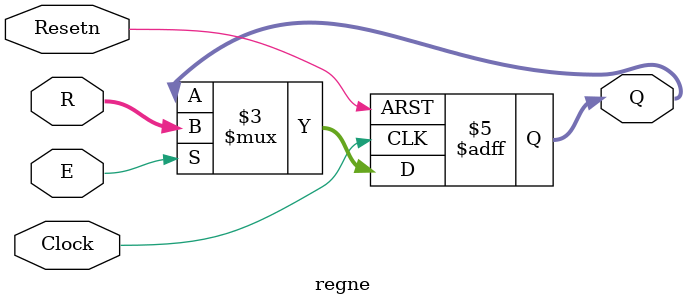
<source format=v>
/* negated register for use in homework 4.
 *
 * Inputs:
 *   R      - input to register
 *   Clock  - should be connected to a 50 MHz clock
 *   Resetn - negated reset (resets on 0)
 *   E      - enable signal to load new input into register
 *
 * Outputs:
 *   Q     - current stored value
 *
 * Parameters:
 *   n     - bit-length of register
 */
module regne (R, Clock, Resetn, E, Q);
	parameter n = 8;
	input [n-1:0] R;
	input Clock, Resetn, E;
	output reg [n-1:0] Q;

	always @(posedge Clock, negedge Resetn)
		if (Resetn == 0)
			Q <= 0;
		else if (E)
			Q <= R;

endmodule


</source>
